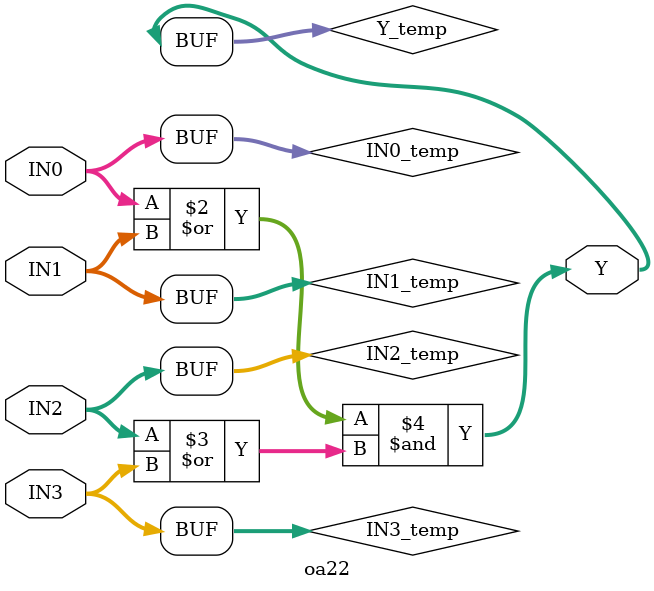
<source format=v>
module oa22(IN0,IN1,IN2,IN3,Y);
  parameter N = 8;
  parameter DPFLAG = 0;
  parameter GROUP = "std";
  parameter
        d_IN0 = 0,
        d_IN1 = 0,
        d_IN2 = 0,
        d_IN3 = 0,
        d_Y = 1;
  input [(N - 1):0] IN0;
  input [(N - 1):0] IN1;
  input [(N - 1):0] IN2;
  input [(N - 1):0] IN3;
  output [(N - 1):0] Y;
  wire [(N - 1):0] IN0_temp;
  wire [(N - 1):0] IN1_temp;
  wire [(N - 1):0] IN2_temp;
  wire [(N - 1):0] IN3_temp;
  reg [(N - 1):0] Y_temp;
  assign #(d_IN0) IN0_temp = IN0;
  assign #(d_IN1) IN1_temp = IN1;
  assign #(d_IN2) IN2_temp = IN2;
  assign #(d_IN3) IN3_temp = IN3;
  assign #(d_Y) Y = Y_temp;
  initial
    begin
    if((DPFLAG == 1))
      $display("(WARNING) The instance %m of type oa22 can't be implemented as a data-path cell");
    end
  always
    @(IN0_temp or IN1_temp or IN2_temp or IN3_temp)
      begin
      Y_temp = ((IN0_temp | IN1_temp) & (IN2_temp | IN3_temp));
      end
endmodule

</source>
